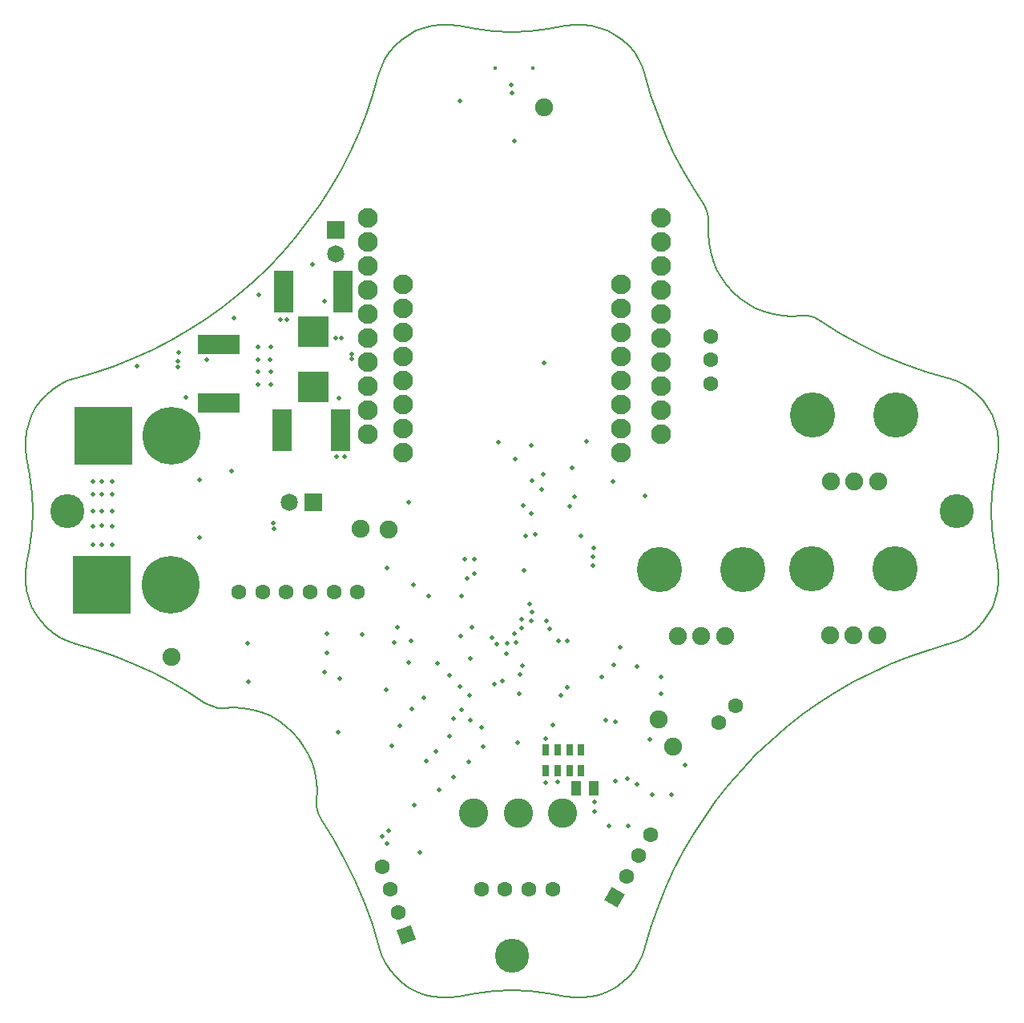
<source format=gbs>
%FSTAX23Y23*%
%MOIN*%
%SFA1B1*%

%IPPOS*%
%AMD77*
4,1,4,-0.042900,-0.011500,0.011500,-0.042900,0.042900,0.011500,-0.011500,0.042900,-0.042900,-0.011500,0.0*
%
%AMD78*
4,1,4,-0.018800,-0.040200,0.040200,-0.018800,0.018800,0.040200,-0.040200,0.018800,-0.018800,-0.040200,0.0*
%
%ADD16C,0.008000*%
%ADD44R,0.082680X0.173230*%
%ADD56R,0.043310X0.059060*%
%ADD66R,0.125980X0.125980*%
%ADD71C,0.062990*%
%ADD72C,0.188190*%
%ADD73C,0.074800*%
%ADD74C,0.141730*%
%ADD75C,0.082680*%
%ADD76C,0.122050*%
G04~CAMADD=77~10~0.0~629.9~0.0~0.0~0.0~0.0~0~0.0~0.0~0.0~0.0~0~0.0~0.0~0.0~0.0~0~0.0~0.0~0.0~150.0~629.9~0.0*
%ADD77D77*%
G04~CAMADD=78~10~0.0~629.9~0.0~0.0~0.0~0.0~0~0.0~0.0~0.0~0.0~0~0.0~0.0~0.0~0.0~0~0.0~0.0~0.0~200.0~629.9~0.0*
%ADD78D78*%
%ADD79R,0.240160X0.240160*%
%ADD80C,0.240160*%
%ADD81R,0.071850X0.071850*%
%ADD82C,0.071850*%
%ADD83R,0.071850X0.071850*%
%ADD84C,0.014760*%
%ADD85C,0.019680*%
%ADD107R,0.173230X0.082680*%
%ADD108R,0.027560X0.047240*%
%LNflightcontroller-1*%
%LPD*%
G54D16*
X02937Y0082D02*
X02976Y00813D01*
X03053Y00813D02*
X03081Y00813D01*
X02864Y00845D02*
X029Y0083D01*
X02937Y0082*
X03081Y00813D02*
X03108Y00806D01*
X03132Y00794*
X03014Y00811D02*
X03053Y00813D01*
X02976Y00813D02*
X03014Y00811D01*
X0272Y00973D02*
X02743Y00941D01*
X02769Y00912*
X02686Y01043D02*
X02701Y01007D01*
X0272Y00973*
X02798Y00886D02*
X0283Y00864D01*
X02864Y00845*
X02769Y00912D02*
X02798Y00886D01*
X0376Y00508D02*
X03787Y00485D01*
X03812Y00459*
X03698Y00543D02*
X0373Y00528D01*
X0376Y00508*
X03849Y00398D02*
X03862Y00365D01*
X03871Y0033*
X03812Y00459D02*
X03832Y0043D01*
X03849Y00398*
X033Y00695D02*
X03388Y00652D01*
X03478Y00615*
X03132Y00794D02*
X03215Y00742D01*
X033Y00695*
X0357Y00582D02*
X03664Y00554D01*
X03698Y00543*
X03478Y00615D02*
X0357Y00582D01*
X0228Y01982D02*
X02309Y01961D01*
X02336Y01937*
X02215Y02012D02*
X02248Y01999D01*
X0228Y01982*
X02378Y01879D02*
X02394Y01847D01*
X02405Y01813*
X02336Y01937D02*
X02359Y0191D01*
X02378Y01879*
X02145Y02024D02*
X0218Y0202D01*
X02215Y02012*
X02109Y02024D02*
X02145Y02024D01*
X02073Y02019D02*
X02109Y02024D01*
X01999Y02006D02*
X02073Y02019D01*
X01925Y01997D02*
X01999Y02006D01*
X0185Y01993D02*
X01925Y01997D01*
X02668Y01224D02*
X02668Y01196D01*
X02666Y01157D02*
X02668Y01196D01*
X02649Y01275D02*
X02662Y0125D01*
X02668Y01224*
X02669Y01118D02*
X02676Y0108D01*
X02686Y01043*
X02666Y01157D02*
X02669Y01118D01*
X02456Y01651D02*
X02487Y01572D01*
X02522Y01495*
X02405Y01813D02*
X02428Y01732D01*
X02456Y01651*
X02561Y0142D02*
X02603Y01346D01*
X02649Y01275*
X02522Y01495D02*
X02561Y0142D01*
X03871Y0033D02*
X03875Y00294D01*
X03874Y00258D02*
X03875Y00294D01*
X03869Y00223D02*
X03874Y00258D01*
X03857Y-00149D02*
X03869Y-00223D01*
X03874Y-00258D02*
X03875Y-00294D01*
X03871Y-0033D02*
X03875Y-00294D01*
X03869Y-00223D02*
X03874Y-00258D01*
X03862Y-00365D02*
X03871Y-0033D01*
X03857Y00149D02*
X03869Y00223D01*
X03848Y00074D02*
X03857Y00149D01*
X03843Y0D02*
X03848Y00074D01*
X03843Y0D02*
X03848Y-00074D01*
X03857Y-00149*
X03849Y-00398D02*
X03862Y-00365D01*
X03832Y-0043D02*
X03849Y-00398D01*
X03812Y-00459D02*
X03832Y-0043D01*
X03787Y-00485D02*
X03812Y-00459D01*
X0376Y-00508D02*
X03787Y-00485D01*
X0373Y-00528D02*
X0376Y-00508D01*
X03698Y-00543D02*
X0373Y-00528D01*
X03664Y-00554D02*
X03698Y-00543D01*
X03582Y-00578D02*
X03664Y-00554D01*
X03502Y-00605D02*
X03582Y-00578D01*
X03423Y-00637D02*
X03502Y-00605D01*
X03346Y-00672D02*
X03423Y-00637D01*
X0327Y-0071D02*
X03346Y-00672D01*
X03197Y-00753D02*
X0327Y-0071D01*
X03125Y-00798D02*
X03197Y-00753D01*
X03056Y-00847D02*
X03125Y-00798D01*
X0299Y-009D02*
X03056Y-00847D01*
X02926Y-00955D02*
X0299Y-009D01*
X02864Y-01014D02*
X02926Y-00955D01*
X02806Y-01075D02*
X02864Y-01014D01*
X0275Y-01139D02*
X02806Y-01075D01*
X02698Y-01206D02*
X0275Y-01139D01*
X02649Y-01275D02*
X02698Y-01206D01*
X02603Y-01346D02*
X02649Y-01275D01*
X02561Y-0142D02*
X02603Y-01346D01*
X02522Y-01495D02*
X02561Y-0142D01*
X02487Y-01573D02*
X02522Y-01495D01*
X02456Y-01651D02*
X02487Y-01573D01*
X02428Y-01732D02*
X02456Y-01651D01*
X02405Y-01813D02*
X02428Y-01732D01*
X02394Y-01847D02*
X02405Y-01813D01*
X02378Y-01879D02*
X02394Y-01847D01*
X02359Y-0191D02*
X02378Y-01879D01*
X02336Y-01937D02*
X02359Y-0191D01*
X02309Y-01961D02*
X02336Y-01937D01*
X0228Y-01982D02*
X02309Y-01961D01*
X02248Y-01999D02*
X0228Y-01982D01*
X02215Y-02012D02*
X02248Y-01999D01*
X01999Y-02006D02*
X02073Y-02019D01*
X0218Y-0202D02*
X02215Y-02012D01*
X0185Y-01993D02*
X01925Y-01997D01*
X01999Y-02006*
X02145Y-02024D02*
X0218Y-0202D01*
X02109Y-02024D02*
X02145Y-02024D01*
X02073Y-02019D02*
X02109Y-02024D01*
X01555Y02024D02*
X01591Y02024D01*
X01627Y02019*
X0152Y0202D02*
X01555Y02024D01*
X01485Y02012D02*
X0152Y0202D01*
X01701Y02006D02*
X01775Y01997D01*
X0185Y01993*
X01627Y02019D02*
X01701Y02006D01*
X01451Y01999D02*
X01485Y02012D01*
X0142Y01982D02*
X01451Y01999D01*
X01391Y01961D02*
X0142Y01982D01*
X01364Y01937D02*
X01391Y01961D01*
X01341Y0191D02*
X01364Y01937D01*
X01322Y01879D02*
X01341Y0191D01*
X01306Y01847D02*
X01322Y01879D01*
X01295Y01813D02*
X01306Y01847D01*
X01271Y01732D02*
X01295Y01813D01*
X01244Y01651D02*
X01271Y01732D01*
X01213Y01573D02*
X01244Y01651D01*
X01178Y01495D02*
X01213Y01573D01*
X01139Y0142D02*
X01178Y01495D01*
X01097Y01346D02*
X01139Y0142D01*
X01051Y01275D02*
X01097Y01346D01*
X01002Y01206D02*
X01051Y01275D01*
X0095Y01139D02*
X01002Y01206D01*
X00894Y01075D02*
X0095Y01139D01*
X00836Y01014D02*
X00894Y01075D01*
X00774Y00955D02*
X00836Y01014D01*
X0071Y009D02*
X00774Y00955D01*
X00643Y00847D02*
X0071Y009D01*
X00574Y00798D02*
X00643Y00847D01*
X00503Y00753D02*
X00574Y00798D01*
X00429Y0071D02*
X00503Y00753D01*
X00354Y00672D02*
X00429Y0071D01*
X00277Y00637D02*
X00354Y00672D01*
X00198Y00605D02*
X00277Y00637D01*
X00118Y00578D02*
X00198Y00605D01*
X00036Y00554D02*
X00118Y00578D01*
X00002Y00543D02*
X00036Y00554D01*
X-00029Y00528D02*
X00002Y00543D01*
X-00059Y00508D02*
X-00029Y00528D01*
X-00087Y00485D02*
X-00059Y00508D01*
X-00111Y00459D02*
X-00087Y00485D01*
X-00132Y0043D02*
X-00111Y00459D01*
X-00149Y00398D02*
X-00132Y0043D01*
X-00161Y00365D02*
X-00149Y00398D01*
X-00147Y00074D02*
X-00143Y0D01*
X-00147Y-00074D02*
X-00143Y0D01*
X-00169Y00223D02*
X-00156Y00149D01*
X-00147Y00074*
X-00156Y-00148D02*
X-00147Y-00074D01*
X-00168Y-00221D02*
X-00156Y-00148D01*
X-0017Y-00328D02*
X-00161Y-00363D01*
X-0017Y0033D02*
X-00161Y00365D01*
X-00174Y00258D02*
X-00169Y00223D01*
X-00174Y00294D02*
X-0017Y0033D01*
X-00174Y00294D02*
X-00174Y00258D01*
X-00173Y-00257D02*
X-00168Y-00221D01*
X-00174Y-00293D02*
X-0017Y-00328D01*
X-00174Y-00293D02*
X-00173Y-00257D01*
X01108Y-01364D02*
X01155Y-0145D01*
X01198Y-01537*
X01043Y-01257D02*
X01056Y-01282D01*
X01108Y-01364*
X01269Y-01719D02*
X01297Y-01813D01*
X01308Y-01847*
X01198Y-01537D02*
X01236Y-01628D01*
X01269Y-01719*
X0103Y-01087D02*
X01036Y-01125D01*
X01039Y-01164*
X01004Y-01013D02*
X01019Y-01049D01*
X0103Y-01087*
X01036Y-01203D02*
X01039Y-01164D01*
X01036Y-0123D02*
X01043Y-01257D01*
X01036Y-01203D02*
X01036Y-0123D01*
X01776Y-01997D02*
X0185Y-01993D01*
X01702Y-02006D02*
X01776Y-01997D01*
X01628Y-02019D02*
X01702Y-02006D01*
X01487Y-02012D02*
X01521Y-0202D01*
X01593Y-02024D02*
X01628Y-02019D01*
X01557Y-02024D02*
X01593Y-02024D01*
X01521Y-0202D02*
X01557Y-02024D01*
X01343Y-01909D02*
X01366Y-01937D01*
X01392Y-01961*
X01308Y-01847D02*
X01323Y-01879D01*
X01343Y-01909*
X01422Y-01982D02*
X01453Y-01999D01*
X01487Y-02012*
X01392Y-01961D02*
X01422Y-01982D01*
X00118Y-00577D02*
X00198Y-00604D01*
X00277Y-00636*
X00002Y-00541D02*
X00036Y-00553D01*
X00118Y-00577*
X0043Y-0071D02*
X00503Y-00753D01*
X00575Y-00798*
X00277Y-00636D02*
X00354Y-00671D01*
X0043Y-0071*
X-00131Y-00428D02*
X-00111Y-00457D01*
X-00086Y-00483*
X-00161Y-00363D02*
X-00148Y-00396D01*
X-00131Y-00428*
X-00059Y-00506D02*
X-00029Y-00526D01*
X00002Y-00541*
X-00086Y-00483D02*
X-00059Y-00506D01*
X00877Y-0087D02*
X00908Y-00893D01*
X00937Y-00919*
X00807Y-00836D02*
X00843Y-00851D01*
X00877Y-0087*
X00963Y-00948D02*
X00985Y-00979D01*
X01004Y-01013*
X00937Y-00919D02*
X00963Y-00948D01*
X00653Y-00818D02*
X00692Y-00816D01*
X00626Y-00818D02*
X00653Y-00818D01*
X00575Y-00798D02*
X00599Y-00811D01*
X00626Y-00818*
X00731Y-00818D02*
X00769Y-00825D01*
X00807Y-00836*
X00692Y-00816D02*
X00731Y-00818D01*
G54D44*
X00894Y00338D03*
X01138D03*
X00902Y00914D03*
X01146D03*
G54D56*
X02116Y-01153D03*
X02189D03*
G54D66*
X01025Y00746D03*
Y00517D03*
G54D71*
X00715Y-00335D03*
X00813D03*
X00912D03*
X0101D03*
X01109D03*
X01207D03*
X01921Y-01574D03*
X01822D03*
X02019D03*
X01724D03*
X02427Y-01346D03*
X02377Y-01433D03*
X02327Y-01519D03*
X01378Y-01668D03*
X01309Y-0148D03*
X01343Y-01574D03*
X02676Y00531D03*
Y0063D03*
Y00728D03*
X02781Y-0081D03*
X02711Y-0088D03*
G54D72*
X02811Y-00244D03*
X02464D03*
X03102Y00401D03*
X03448D03*
X03098Y-0024D03*
X03444D03*
G54D73*
X02736Y-00519D03*
X02637D03*
X02539D03*
X00433Y-00606D03*
X0252Y-00981D03*
X02461Y-00867D03*
X03177Y00125D03*
X03275D03*
X03374D03*
X03173Y-00515D03*
X03271D03*
X0337D03*
X0122Y-00073D03*
X01338Y-00077D03*
X01983Y0168D03*
G54D74*
X0185Y-0185D03*
X0Y0D03*
X037D03*
G54D75*
X01251Y01222D03*
Y01122D03*
Y01022D03*
Y00922D03*
Y00822D03*
Y00722D03*
Y00622D03*
Y00522D03*
Y00422D03*
Y00322D03*
X02472Y01222D03*
Y01122D03*
Y01022D03*
Y00922D03*
Y00822D03*
Y00722D03*
Y00622D03*
Y00522D03*
Y00422D03*
Y00322D03*
X02303Y00944D03*
Y00844D03*
Y00744D03*
Y00644D03*
Y00544D03*
Y00444D03*
Y00344D03*
Y00244D03*
X01397Y00944D03*
Y00844D03*
Y00744D03*
Y00644D03*
Y00544D03*
Y00444D03*
Y00344D03*
Y00244D03*
G54D76*
X01877Y-01255D03*
X02062D03*
X01692D03*
G54D77*
X02277Y-01606D03*
G54D78*
X01412Y-01762D03*
G54D79*
X00149Y00314D03*
X00145Y-00307D03*
G54D80*
X00433Y00314D03*
X00429Y-00307D03*
G54D81*
X01025Y00038D03*
G54D82*
X00925Y00038D03*
X01117Y01071D03*
G54D83*
X01117Y01171D03*
G54D84*
X01937Y01843D03*
X0178D03*
G54D85*
X01893Y-00642D03*
X01884Y-0068D03*
X02082Y-00539D03*
X01993Y-00456D03*
X02045Y-00541D03*
X00753Y-00708D03*
X0075Y-00549D03*
X00461Y00624D03*
X00464Y00659D03*
X00461Y00599D03*
X00915Y00798D03*
X00888Y00798D03*
X01847Y01774D03*
X00858Y-00048D03*
X00859Y-00072D03*
X0131Y-01354D03*
X0133Y-01384D03*
X01899Y-00246D03*
X01859Y01541D03*
X01889Y-00487D03*
X0186Y-00509D03*
X01866Y-00546D03*
X01831Y-00551D03*
X021Y00181D03*
X01896Y00023D03*
X01892Y-0045D03*
X0193Y-00456D03*
X01935Y-00421D03*
X01923Y-00387D03*
X01766Y-00526D03*
X01787Y-00554D03*
X01827Y-00593D03*
X02109Y0006D03*
X01907Y-00103D03*
X01946Y-00097D03*
X0237Y-00645D03*
X02242Y-00871D03*
X02281Y-00877D03*
X02138Y-00104D03*
X02301Y-00566D03*
X02079Y-00734D03*
X01973Y00092D03*
X02091Y00019D03*
X01931Y-00011D03*
X01695Y-002D03*
X01695Y-00261D03*
X01935Y00127D03*
X01655Y-00201D03*
X01665Y-00279D03*
X01678Y-00612D03*
X02188Y-00227D03*
X01982Y00154D03*
X01929Y00274D03*
X02007Y-00489D03*
X02369Y-01136D03*
X02515Y-01179D03*
X02188Y-00188D03*
X01359Y-00545D03*
X01776Y-00719D03*
X01812Y-00706D03*
X0219Y-00152D03*
X01674Y-00765D03*
X02193Y-01209D03*
X02054Y-00767D03*
X00107Y00001D03*
Y-00062D03*
Y-0014D03*
Y00123D03*
Y00071D03*
X00186Y00001D03*
Y-00062D03*
Y-0014D03*
Y00123D03*
Y00071D03*
X00145Y00072D03*
Y00124D03*
X01072Y-00669D03*
X01638Y-00518D03*
X0154Y-00632D03*
X0159Y-00683D03*
X0142Y-00631D03*
X01634Y-00728D03*
X01127Y-00921D03*
X01326Y-00744D03*
X01071Y00875D03*
X01019Y01027D03*
X00291Y00603D03*
X00694Y00803D03*
X0058Y00629D03*
X00493Y00474D03*
X01155Y00228D03*
X01119D03*
X01079Y-00511D03*
X0114Y0072D03*
X01118D03*
X0133Y-00237D03*
X02405Y00064D03*
X01865Y00216D03*
X01793Y00287D03*
X02159Y0029D03*
X02193Y-01249D03*
X02571Y-01057D03*
X02224Y-00691D03*
X02469Y-00758D03*
X0247Y-00689D03*
X01503Y-00354D03*
X02019Y-00889D03*
X01422Y00038D03*
X01874Y-00964D03*
X01467Y-01419D03*
X01079Y-00589D03*
X01635Y01708D03*
X00798Y00899D03*
X00845Y00632D03*
X00794Y0063D03*
X01852Y01739D03*
X01131Y00469D03*
X01184Y00655D03*
Y00633D03*
X01441Y-00305D03*
X00549Y00129D03*
Y-00109D03*
X00684Y00167D03*
X00847Y00526D03*
Y00581D03*
X00846Y00683D03*
X00794D03*
X00795Y0058D03*
X00794Y00527D03*
X01338Y-01329D03*
X01444Y-01223D03*
X01494Y-01038D03*
X01534Y-00998D03*
X01435Y-00823D03*
X01483Y-00777D03*
X01729Y-0098D03*
X0167Y-01044D03*
X01606Y-01107D03*
X01547Y-01161D03*
X01385Y-00893D03*
X0159Y-00937D03*
X0135Y-00976D03*
X01724Y-00901D03*
X01677Y-0087D03*
X01641Y-00826D03*
X01606Y-00862D03*
X01642Y-00354D03*
X02269Y00124D03*
X01985Y00617D03*
X02334Y-01308D03*
X02253Y-0131D03*
X02281Y-01122D03*
X0233Y-01112D03*
X02434Y-01178D03*
X02424Y-00949D03*
X02275Y-00638D03*
X01133Y-00695D03*
X01227Y-00513D03*
X02041Y-01127D03*
X01989Y-01128D03*
X0199Y-00947D03*
X01685Y-00484D03*
X01429Y-00539D03*
X01374Y-00484D03*
X00145Y-0014D03*
Y-00061D03*
Y00001D03*
X0188Y-00761D03*
G54D107*
X00629Y00693D03*
Y00449D03*
G54D108*
X02089Y-00993D03*
X02039D03*
X02138D03*
X0199D03*
X02089Y-01079D03*
X02138D03*
X0199D03*
X02039D03*
M02*
</source>
